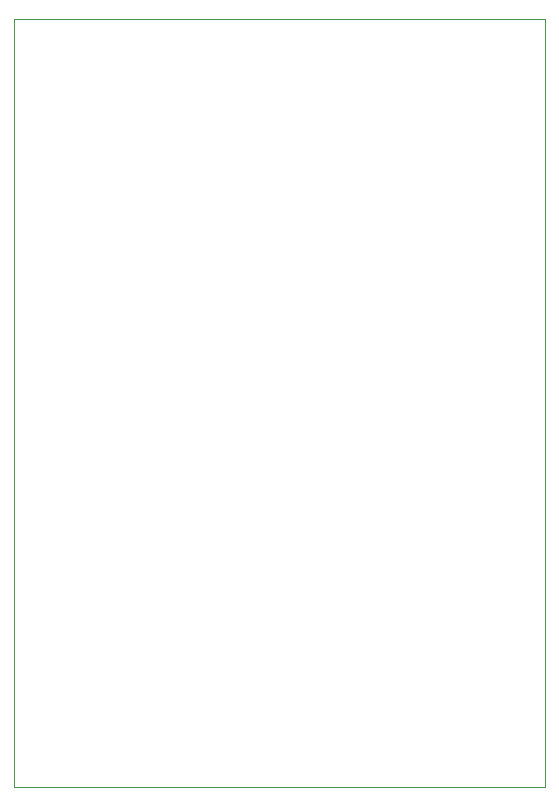
<source format=gbr>
%TF.GenerationSoftware,KiCad,Pcbnew,8.0.4*%
%TF.CreationDate,2024-08-13T22:42:24-06:00*%
%TF.ProjectId,oil-lamp-safety,6f696c2d-6c61-46d7-902d-736166657479,v0.2*%
%TF.SameCoordinates,Original*%
%TF.FileFunction,Profile,NP*%
%FSLAX46Y46*%
G04 Gerber Fmt 4.6, Leading zero omitted, Abs format (unit mm)*
G04 Created by KiCad (PCBNEW 8.0.4) date 2024-08-13 22:42:24*
%MOMM*%
%LPD*%
G01*
G04 APERTURE LIST*
%TA.AperFunction,Profile*%
%ADD10C,0.100000*%
%TD*%
G04 APERTURE END LIST*
D10*
X80000000Y-60000000D02*
X125000000Y-60000000D01*
X125000000Y-125000000D01*
X80000000Y-125000000D01*
X80000000Y-60000000D01*
M02*

</source>
